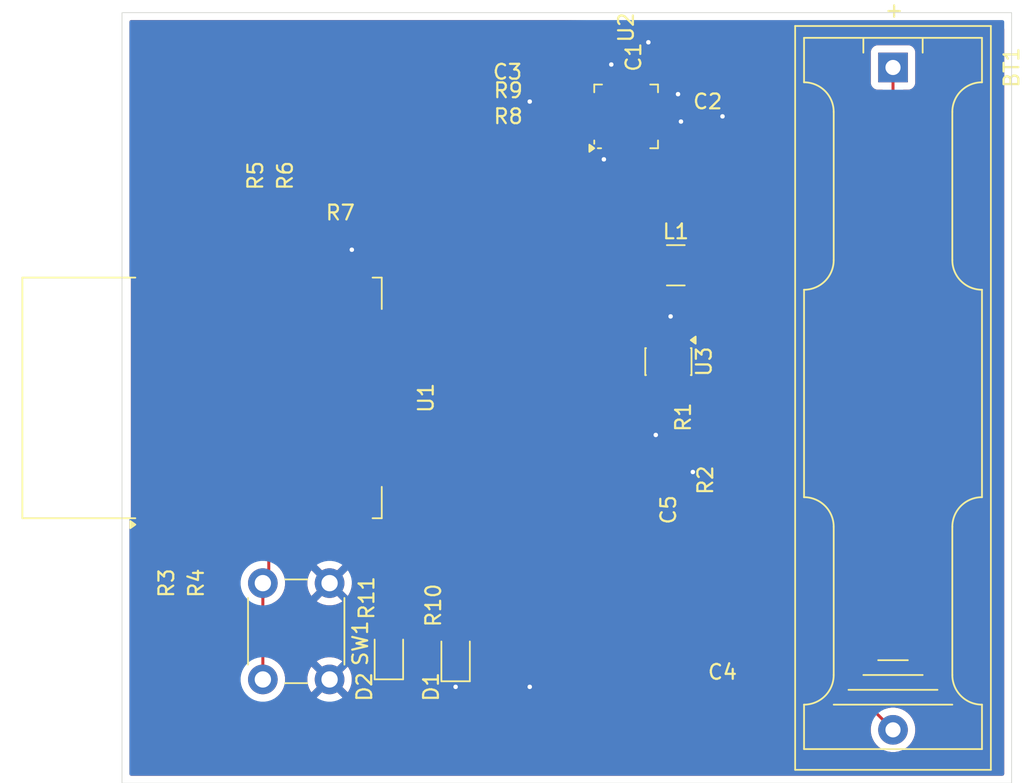
<source format=kicad_pcb>
(kicad_pcb (version 20241229) (generator "pcbnew") (generator_version "9.0")
  (layers (0 "F.Cu" signal) (2 "B.Cu" signal) (13 "F.Paste" user) (15 "B.Paste" user) (5 "F.SilkS" user "F.Silkscreen") (7 "B.SilkS" user "B.Silkscreen") (1 "F.Mask" user) (3 "B.Mask" user) (25 "Edge.Cuts" user))
  (net 0 "")
  (net 4 "Net-(BT1-+)")
  (net 5 "Net-(BT1--)")
  (net 6 "Net-(D1-A)")
  (net 7 "Net-(D2-A)")
  (net 8 "/WAKE")
  (net 9 "GND")
  (net 10 "Net-(U2-REGOUT)")
  (net 11 "/LED_KIRMIZI")
  (net 12 "Net-(U2-CPOUT)")
  (net 14 "/LED_YESIL")
  (net 16 "/BUTON")
  (net 20 "Net-(U3-V_{FB})")
  (net 22 "+3.3V")
  (net 23 "Net-(U1-EN)")
  (net 24 "Net-(U1-GPIO0)")
  (net 25 "Net-(U1-GPIO2)")
  (net 26 "Net-(U1-GPIO15)")
  (net 27 "/SDA")
  (net 28 "Net-(U2-SDA)")
  (net 29 "/SCL")
  (net 30 "Net-(U2-SCL)")
  (net 35 "unconnected-(U2-RESV-Pad19)")
  (net 45 "Net-(U3-SW)")
  (footprint "Inductor_SMD:L_1210_3225Metric" (layer "F.Cu") (at 113.35 79.05)
    (property "Reference" "L1" (at 0 -2.28 0) (layer "F.SilkS"))
    (property "Value" "4.7μH")
    (fp_line (start -0.602064 -1.36) (end 0.602064 -1.36) (stroke (width 0.12)) (layer "F.SilkS"))
    (fp_line (start -0.602064 1.36) (end 0.602064 1.36) (stroke (width 0.12)) (layer "F.SilkS"))
    (pad "1" smd roundrect (at -1.4 0) (size 1.25 2.65) (layers "F.Cu" "F.Mask" "F.Paste") (roundrect_rratio 0.2) (net 4 "Net-(BT1-+)"))
    (pad "2" smd roundrect (at 1.4 0) (size 1.25 2.65) (layers "F.Cu" "F.Mask" "F.Paste") (roundrect_rratio 0.2) (net 45 "Net-(U3-SW)"))
  )
  (footprint "Package_TO_SOT_SMD:SOT-23-6" (layer "F.Cu") (at 112.85 85.55 -90)
    (property "Reference" "U3" (at 0 -2.4 90) (layer "F.SilkS"))
    (property "Value" "MCP1640x-xCHY")
    (fp_line (start -0.91 1.56) (end -0.91 1.51) (stroke (width 0.12)) (layer "F.SilkS"))
    (fp_line (start 0.91 1.56) (end -0.91 1.56) (stroke (width 0.12)) (layer "F.SilkS"))
    (fp_line (start 0.91 1.51) (end 0.91 1.56) (stroke (width 0.12)) (layer "F.SilkS"))
    (fp_line (start -0.91 -1.51) (end -0.91 -1.56) (stroke (width 0.12)) (layer "F.SilkS"))
    (fp_line (start -0.91 -1.56) (end 0.91 -1.56) (stroke (width 0.12)) (layer "F.SilkS"))
    (fp_line (start 0.91 -1.56) (end 0.91 -1.51) (stroke (width 0.12)) (layer "F.SilkS"))
    (fp_poly (pts (xy -1.45 -1.51) (xy -1.69 -1.84) (xy -1.21 -1.84)) (stroke (width 0.12)) (fill yes) (layer "F.SilkS"))
    (pad "1" smd roundrect (at -1.1375 -0.95 270) (size 1.325 0.6) (layers "F.Cu" "F.Mask" "F.Paste") (net 45 "Net-(U3-SW)"))
    (pad "2" smd roundrect (at -1.1375 0 270) (size 1.325 0.6) (layers "F.Cu" "F.Mask" "F.Paste") (net 9 "GND"))
    (pad "3" smd roundrect (at -1.1375 0.95 270) (size 1.325 0.6) (layers "F.Cu" "F.Mask" "F.Paste") (net 4 "Net-(BT1-+)"))
    (pad "4" smd roundrect (at 1.1375 0.95 270) (size 1.325 0.6) (layers "F.Cu" "F.Mask" "F.Paste") (net 20 "Net-(U3-V_{FB})"))
    (pad "5" smd roundrect (at 1.1375 0 270) (size 1.325 0.6) (layers "F.Cu" "F.Mask" "F.Paste") (net 22 "+3.3V"))
    (pad "6" smd roundrect (at 1.1375 -0.95 270) (size 1.325 0.6) (layers "F.Cu" "F.Mask" "F.Paste") (net 4 "Net-(BT1-+)"))
  )
  (footprint "Resistor_SMD:R_01005_0402Metric" (layer "F.Cu") (at 82 102.5 -90)
    (property "Reference" "R4" (at -2 1 90) (layer "F.SilkS"))
    (property "Value" "10kR")
    (pad "1" smd roundrect (at -0.25 0 270) (size 0.4 0.3) (layers "F.Cu" "F.Mask") (net 23 "Net-(U1-EN)"))
    (pad "2" smd roundrect (at 0.25 0 270) (size 0.4 0.3) (layers "F.Cu" "F.Mask") (net 22 "+3.3V"))
  )
  (footprint "Resistor_SMD:R_01005_0402Metric" (layer "F.Cu") (at 78 102.5 -90)
    (property "Reference" "R3" (at -2 -1 90) (layer "F.SilkS"))
    (property "Value" "10kR")
    (pad "1" smd roundrect (at -0.25 0 270) (size 0.4 0.3) (layers "F.Cu" "F.Mask") (net 8 "/WAKE"))
    (pad "2" smd roundrect (at 0.25 0 270) (size 0.4 0.3) (layers "F.Cu" "F.Mask") (net 22 "+3.3V"))
  )
  (footprint "Resistor_SMD:R_01005_0402Metric" (layer "F.Cu") (at 111.85 89.3 90)
    (property "Reference" "R2" (at -4.25 3.5 90) (layer "F.SilkS"))
    (property "Value" "549kR")
    (pad "1" smd roundrect (at -0.25 0 90) (size 0.4 0.3) (layers "F.Cu" "F.Mask") (net 9 "GND"))
    (pad "2" smd roundrect (at 0.25 0 90) (size 0.4 0.3) (layers "F.Cu" "F.Mask") (net 20 "Net-(U3-V_{FB})"))
  )
  (footprint "Resistor_SMD:R_01005_0402Metric" (layer "F.Cu") (at 88 76 -90)
    (property "Reference" "R6" (at -3 1 90) (layer "F.SilkS"))
    (property "Value" "10kR")
    (pad "1" smd roundrect (at -0.25 0 270) (size 0.4 0.3) (layers "F.Cu" "F.Mask") (net 22 "+3.3V"))
    (pad "2" smd roundrect (at 0.25 0 270) (size 0.4 0.3) (layers "F.Cu" "F.Mask") (net 25 "Net-(U1-GPIO2)"))
  )
  (footprint "Battery:BatteryHolder_Keystone_2466_1xAAA" (layer "F.Cu") (at 128 65.7 -90)
    (property "Reference" "BT1" (at 0 -8 90) (layer "F.SilkS"))
    (property "Value" "Battery_Cell")
    (fp_line (start -2.8 6.6) (end 47.4 6.6) (stroke (width 0.12)) (layer "F.SilkS"))
    (fp_line (start 47.4 6.6) (end 47.4 -6.6) (stroke (width 0.12)) (layer "F.SilkS"))
    (fp_line (start -2 6) (end 1 6) (stroke (width 0.12)) (layer "F.SilkS"))
    (fp_line (start 15 6) (end 29 6) (stroke (width 0.12)) (layer "F.SilkS"))
    (fp_line (start 46 6) (end 43 6) (stroke (width 0.12)) (layer "F.SilkS"))
    (fp_line (start 3 4) (end 13 4) (stroke (width 0.12)) (layer "F.SilkS"))
    (fp_line (start 41 4) (end 31 4) (stroke (width 0.12)) (layer "F.SilkS"))
    (fp_line (start 42 3) (end 42 -3) (stroke (width 0.12)) (layer "F.SilkS"))
    (fp_line (start -1 2) (end -2 2) (stroke (width 0.12)) (layer "F.SilkS"))
    (fp_line (start 40 -1) (end 40 1) (stroke (width 0.12)) (layer "F.SilkS"))
    (fp_line (start -2 -2) (end -1 -2) (stroke (width 0.12)) (layer "F.SilkS"))
    (fp_line (start 41 -2) (end 41 2) (stroke (width 0.12)) (layer "F.SilkS"))
    (fp_line (start 3 -4) (end 13 -4) (stroke (width 0.12)) (layer "F.SilkS"))
    (fp_line (start 41 -4) (end 31 -4) (stroke (width 0.12)) (layer "F.SilkS"))
    (fp_line (start 43 -4) (end 43 4) (stroke (width 0.12)) (layer "F.SilkS"))
    (fp_line (start -2 -6) (end -2 6) (stroke (width 0.12)) (layer "F.SilkS"))
    (fp_line (start -2 -6) (end 1 -6) (stroke (width 0.12)) (layer "F.SilkS"))
    (fp_line (start 29 -6) (end 15 -6) (stroke (width 0.12)) (layer "F.SilkS"))
    (fp_line (start 46 -6) (end 46 6) (stroke (width 0.12)) (layer "F.SilkS"))
    (fp_line (start 46 -6) (end 43 -6) (stroke (width 0.12)) (layer "F.SilkS"))
    (fp_line (start -2.8 -6.6) (end -2.8 6.6) (stroke (width 0.12)) (layer "F.SilkS"))
    (fp_line (start 47.4 -6.6) (end -2.8 -6.6) (stroke (width 0.12)) (layer "F.SilkS"))
    (fp_arc (start 1 6) (mid 1.585786 4.585786) (end 3 4) (stroke (width 0.12)) (layer "F.SilkS"))
    (fp_arc (start 29 6) (mid 29.585786 4.585786) (end 31 4) (stroke (width 0.12)) (layer "F.SilkS"))
    (fp_arc (start 13 4) (mid 14.414214 4.585786) (end 15 6) (stroke (width 0.12)) (layer "F.SilkS"))
    (fp_arc (start 41 4) (mid 42.414214 4.585786) (end 43 6) (stroke (width 0.12)) (layer "F.SilkS"))
    (fp_arc (start 3 -4) (mid 1.585786 -4.585786) (end 1 -6) (stroke (width 0.12)) (layer "F.SilkS"))
    (fp_arc (start 31 -4) (mid 29.585786 -4.585786) (end 29 -6) (stroke (width 0.12)) (layer "F.SilkS"))
    (fp_arc (start 15 -6) (mid 14.414214 -4.585786) (end 13 -4) (stroke (width 0.12)) (layer "F.SilkS"))
    (fp_arc (start 43 -6) (mid 42.414214 -4.585786) (end 41 -4) (stroke (width 0.12)) (layer "F.SilkS"))
    (fp_text user "+" (at -3.81 0 90) (layer "F.SilkS"))
    (pad "1" thru_hole rect (at 0 0 270) (size 2 2) (drill 1.02) (layers "*.Cu" "*.Mask") (net 4 "Net-(BT1-+)"))
    (pad "2" thru_hole circle (at 44.7 0 270) (size 2 2) (drill 1.02) (layers "*.Cu" "*.Mask") (net 5 "Net-(BT1--)"))
  )
  (footprint "RF_Module:ESP-12E" (layer "F.Cu") (at 81.4 88 90)
    (property "Reference" "U1" (at 0 15.1 90) (layer "F.SilkS"))
    (property "Value" "ESP-12F")
    (fp_line (start 8.12 -12.12) (end 8.12 -4.5) (stroke (width 0.12)) (layer "F.SilkS"))
    (fp_line (start -8.12 -12.12) (end 8.12 -12.12) (stroke (width 0.12)) (layer "F.SilkS"))
    (fp_line (start -8.12 -4.5) (end -8.12 -12.12) (stroke (width 0.12)) (layer "F.SilkS"))
    (fp_line (start 8.12 11.5) (end 8.12 12.12) (stroke (width 0.12)) (layer "F.SilkS"))
    (fp_line (start 8.12 12.12) (end 6 12.12) (stroke (width 0.12)) (layer "F.SilkS"))
    (fp_line (start -6 12.12) (end -8.12 12.12) (stroke (width 0.12)) (layer "F.SilkS"))
    (fp_line (start -8.12 12.12) (end -8.12 11.5) (stroke (width 0.12)) (layer "F.SilkS"))
    (fp_poly (pts (xy -8.55 -4.5) (xy -8.79 -4.836) (xy -8.31 -4.836) (xy -8.55 -4.5)) (stroke (width 0.12)) (fill yes) (layer "F.SilkS"))
    (pad "1" smd rect (at -7.6 -3.5 90) (size 2.5 1) (layers "F.Cu" "F.Mask" "F.Paste") (net 8 "/WAKE"))
    (pad "2" smd rect (at -7.6 -1.5 90) (size 2.5 1) (layers "F.Cu" "F.Mask" "F.Paste"))
    (pad "3" smd rect (at -7.6 0.5 90) (size 2.5 1) (layers "F.Cu" "F.Mask" "F.Paste") (net 23 "Net-(U1-EN)"))
    (pad "4" smd rect (at -7.6 2.5 90) (size 2.5 1) (layers "F.Cu" "F.Mask" "F.Paste") (net 8 "/WAKE"))
    (pad "5" smd rect (at -7.6 4.5 90) (size 2.5 1) (layers "F.Cu" "F.Mask" "F.Paste") (net 16 "/BUTON"))
    (pad "6" smd rect (at -7.6 6.5 90) (size 2.5 1) (layers "F.Cu" "F.Mask" "F.Paste") (net 14 "/LED_YESIL"))
    (pad "7" smd rect (at -7.6 8.5 90) (size 2.5 1) (layers "F.Cu" "F.Mask" "F.Paste") (net 11 "/LED_KIRMIZI"))
    (pad "8" smd rect (at -7.6 10.5 90) (size 2.5 1) (layers "F.Cu" "F.Mask" "F.Paste") (net 22 "+3.3V"))
    (pad "9" smd rect (at -5 12 90) (size 1 1.8) (layers "F.Cu" "F.Mask" "F.Paste"))
    (pad "10" smd rect (at -3 12 90) (size 1 1.8) (layers "F.Cu" "F.Mask" "F.Paste"))
    (pad "11" smd rect (at -1 12 90) (size 1 1.8) (layers "F.Cu" "F.Mask" "F.Paste"))
    (pad "12" smd rect (at 1 12 90) (size 1 1.8) (layers "F.Cu" "F.Mask" "F.Paste"))
    (pad "13" smd rect (at 3 12 90) (size 1 1.8) (layers "F.Cu" "F.Mask" "F.Paste"))
    (pad "14" smd rect (at 5 12 90) (size 1 1.8) (layers "F.Cu" "F.Mask" "F.Paste"))
    (pad "15" smd rect (at 7.6 10.5 90) (size 2.5 1) (layers "F.Cu" "F.Mask" "F.Paste") (net 9 "GND"))
    (pad "16" smd rect (at 7.6 8.5 90) (size 2.5 1) (layers "F.Cu" "F.Mask" "F.Paste") (net 26 "Net-(U1-GPIO15)"))
    (pad "17" smd rect (at 7.6 6.5 90) (size 2.5 1) (layers "F.Cu" "F.Mask" "F.Paste") (net 25 "Net-(U1-GPIO2)"))
    (pad "18" smd rect (at 7.6 4.5 90) (size 2.5 1) (layers "F.Cu" "F.Mask" "F.Paste") (net 24 "Net-(U1-GPIO0)"))
    (pad "19" smd rect (at 7.6 2.5 90) (size 2.5 1) (layers "F.Cu" "F.Mask" "F.Paste") (net 27 "/SDA"))
    (pad "20" smd rect (at 7.6 0.5 90) (size 2.5 1) (layers "F.Cu" "F.Mask" "F.Paste") (net 29 "/SCL"))
    (pad "21" smd rect (at 7.6 -1.5 90) (size 2.5 1) (layers "F.Cu" "F.Mask" "F.Paste"))
    (pad "22" smd rect (at 7.6 -3.5 90) (size 2.5 1) (layers "F.Cu" "F.Mask" "F.Paste"))
    (zone (net 0) (net_name "") (layers "F.Cu" "B.Cu") (connect_pads (clearance 0)) (min_thickness 0.254)
      (keepout (tracks not_allowed) (vias not_allowed) (pads not_allowed) (copperpour not_allowed) (footprints not_allowed))
      (fill (thermal_gap 0.508) (thermal_bridge_width 0.508))
      (polygon (pts (xy 76.6 96.12) (xy 76.6 79.88) (xy 69.28 79.88) (xy 69.28 96.12)))
    )
  )
  (footprint "Capacitor_SMD:C_01005_0402Metric" (layer "F.Cu") (at 111.5 65 90)
    (property "Reference" "C1" (at 0 -1 90) (layer "F.SilkS"))
    (property "Value" "0.1μF")
    (pad "1" smd roundrect (at -0.25 0 90) (size 0.4 0.3) (layers "F.Cu" "F.Mask") (net 22 "+3.3V"))
    (pad "2" smd roundrect (at 0.25 0 90) (size 0.4 0.3) (layers "F.Cu" "F.Mask") (net 9 "GND"))
  )
  (footprint "LED_SMD:LED_0805_2012Metric" (layer "F.Cu") (at 94 105.3075 90)
    (property "Reference" "D2" (at -2.1925 -1.65 90) (layer "F.SilkS"))
    (property "Value" "LED")
    (fp_line (start 1 -0.96) (end -1.685 -0.96) (stroke (width 0.12)) (layer "F.SilkS"))
    (fp_line (start -1.685 -0.96) (end -1.685 0.96) (stroke (width 0.12)) (layer "F.SilkS"))
    (fp_line (start -1.685 0.96) (end 1 0.96) (stroke (width 0.12)) (layer "F.SilkS"))
    (pad "1" smd roundrect (at -0.9375 0 90) (size 0.975 1.4) (layers "F.Cu" "F.Mask" "F.Paste") (net 9 "GND"))
    (pad "2" smd roundrect (at 0.9375 0 90) (size 0.975 1.4) (layers "F.Cu" "F.Mask" "F.Paste") (net 7 "Net-(D2-A)"))
  )
  (footprint "Resistor_SMD:R_01005_0402Metric" (layer "F.Cu") (at 98.54 101.5 90)
    (property "Reference" "R10" (at -0.5 -1.54 90) (layer "F.SilkS"))
    (property "Value" "330R")
    (pad "1" smd roundrect (at -0.25 0 90) (size 0.4 0.3) (layers "F.Cu" "F.Mask") (net 6 "Net-(D1-A)"))
    (pad "2" smd roundrect (at 0.25 0 90) (size 0.4 0.3) (layers "F.Cu" "F.Mask") (net 11 "/LED_KIRMIZI"))
  )
  (footprint "Resistor_SMD:R_01005_0402Metric" (layer "F.Cu") (at 86 76 -90)
    (property "Reference" "R5" (at -3 1 90) (layer "F.SilkS"))
    (property "Value" "10kR")
    (pad "1" smd roundrect (at -0.25 0 270) (size 0.4 0.3) (layers "F.Cu" "F.Mask") (net 22 "+3.3V"))
    (pad "2" smd roundrect (at 0.25 0 270) (size 0.4 0.3) (layers "F.Cu" "F.Mask") (net 24 "Net-(U1-GPIO0)"))
  )
  (footprint "Capacitor_SMD:C_01005_0402Metric" (layer "F.Cu") (at 116.5 107.5 180)
    (property "Reference" "C4" (at 0 1 0) (layer "F.SilkS"))
    (property "Value" "4.7μF")
    (pad "1" smd roundrect (at -0.25 0 180) (size 0.4 0.3) (layers "F.Cu" "F.Mask") (net 5 "Net-(BT1--)"))
    (pad "2" smd roundrect (at 0.25 0 180) (size 0.4 0.3) (layers "F.Cu" "F.Mask") (net 9 "GND"))
  )
  (footprint "Resistor_SMD:R_01005_0402Metric" (layer "F.Cu") (at 104.8 70.25 180)
    (property "Reference" "R8" (at 2.75 1.25 0) (layer "F.SilkS"))
    (property "Value" "4.7kR")
    (pad "1" smd roundrect (at -0.25 0 180) (size 0.4 0.3) (layers "F.Cu" "F.Mask") (net 28 "Net-(U2-SDA)"))
    (pad "2" smd roundrect (at 0.25 0 180) (size 0.4 0.3) (layers "F.Cu" "F.Mask") (net 27 "/SDA"))
  )
  (footprint "Resistor_SMD:R_01005_0402Metric" (layer "F.Cu") (at 90.725 78 180)
    (property "Reference" "R7" (at 0 2.5 0) (layer "F.SilkS"))
    (property "Value" "10kR")
    (pad "1" smd roundrect (at -0.25 0 180) (size 0.4 0.3) (layers "F.Cu" "F.Mask") (net 9 "GND"))
    (pad "2" smd roundrect (at 0.25 0 180) (size 0.4 0.3) (layers "F.Cu" "F.Mask") (net 26 "Net-(U1-GPIO15)"))
  )
  (footprint "Resistor_SMD:R_01005_0402Metric" (layer "F.Cu") (at 94 101.37 90)
    (property "Reference" "R11" (at -0.13 -1.5 90) (layer "F.SilkS"))
    (property "Value" "330R")
    (pad "1" smd roundrect (at -0.25 0 90) (size 0.4 0.3) (layers "F.Cu" "F.Mask") (net 7 "Net-(D2-A)"))
    (pad "2" smd roundrect (at 0.25 0 90) (size 0.4 0.3) (layers "F.Cu" "F.Mask") (net 14 "/LED_YESIL"))
  )
  (footprint "Capacitor_SMD:C_01005_0402Metric" (layer "F.Cu") (at 115.5 69)
    (property "Reference" "C2" (at 0 -1 0) (layer "F.SilkS"))
    (property "Value" "0.1μF")
    (pad "1" smd roundrect (at -0.25 0) (size 0.4 0.3) (layers "F.Cu" "F.Mask") (net 10 "Net-(U2-REGOUT)"))
    (pad "2" smd roundrect (at 0.25 0) (size 0.4 0.3) (layers "F.Cu" "F.Mask") (net 9 "GND"))
  )
  (footprint "Capacitor_SMD:C_01005_0402Metric" (layer "F.Cu") (at 112.85 93.05)
    (property "Reference" "C5" (at 0 2.5 90) (layer "F.SilkS"))
    (property "Value" "10μF")
    (pad "1" smd roundrect (at -0.25 0) (size 0.4 0.3) (layers "F.Cu" "F.Mask") (net 22 "+3.3V"))
    (pad "2" smd roundrect (at 0.25 0) (size 0.4 0.3) (layers "F.Cu" "F.Mask") (net 9 "GND"))
  )
  (footprint "LED_SMD:LED_0805_2012Metric" (layer "F.Cu") (at 98.5 105.4375 90)
    (property "Reference" "D1" (at -2.0625 -1.65 90) (layer "F.SilkS"))
    (property "Value" "LED")
    (fp_line (start 1 -0.96) (end -1.685 -0.96) (stroke (width 0.12)) (layer "F.SilkS"))
    (fp_line (start -1.685 -0.96) (end -1.685 0.96) (stroke (width 0.12)) (layer "F.SilkS"))
    (fp_line (start -1.685 0.96) (end 1 0.96) (stroke (width 0.12)) (layer "F.SilkS"))
    (pad "1" smd roundrect (at -0.9375 0 90) (size 0.975 1.4) (layers "F.Cu" "F.Mask" "F.Paste") (net 9 "GND"))
    (pad "2" smd roundrect (at 0.9375 0 90) (size 0.975 1.4) (layers "F.Cu" "F.Mask" "F.Paste") (net 6 "Net-(D1-A)"))
  )
  (footprint "Sensor_Motion:InvenSense_QFN-24_4x4mm_P0.5mm" (layer "F.Cu") (at 110 69 90)
    (property "Reference" "U2" (at 6 0 90) (layer "F.SilkS"))
    (property "Value" "MPU-6050")
    (fp_line (start 2.15 -2.15) (end 1.625 -2.15) (stroke (width 0.12)) (layer "F.SilkS"))
    (fp_line (start 2.15 -2.15) (end 2.15 -1.625) (stroke (width 0.12)) (layer "F.SilkS"))
    (fp_line (start -1.625 -2.15) (end -1.85 -2.15) (stroke (width 0.12)) (layer "F.SilkS"))
    (fp_line (start -2.15 -1.685) (end -2.15 -1.91) (stroke (width 0.12)) (layer "F.SilkS"))
    (fp_line (start 2.15 2.15) (end 2.15 1.625) (stroke (width 0.12)) (layer "F.SilkS"))
    (fp_line (start 2.15 2.15) (end 1.625 2.15) (stroke (width 0.12)) (layer "F.SilkS"))
    (fp_line (start -2.15 2.15) (end -2.15 1.625) (stroke (width 0.12)) (layer "F.SilkS"))
    (fp_line (start -2.15 2.15) (end -1.625 2.15) (stroke (width 0.12)) (layer "F.SilkS"))
    (fp_poly (pts (xy -2.15 -2.15) (xy -2.39 -2.48) (xy -1.91 -2.48) (xy -2.15 -2.15)) (stroke (width 0.12)) (fill yes) (layer "F.SilkS"))
    (pad "1" smd roundrect (at -1.95 -1.25 90) (size 0.85 0.3) (layers "F.Cu" "F.Mask" "F.Paste") (net 9 "GND"))
    (pad "2" smd roundrect (at -1.95 -0.75 90) (size 0.85 0.3) (layers "F.Cu" "F.Mask" "F.Paste"))
    (pad "3" smd roundrect (at -1.95 -0.25 90) (size 0.85 0.3) (layers "F.Cu" "F.Mask" "F.Paste"))
    (pad "4" smd roundrect (at -1.95 0.25 90) (size 0.85 0.3) (layers "F.Cu" "F.Mask" "F.Paste"))
    (pad "5" smd roundrect (at -1.95 0.75 90) (size 0.85 0.3) (layers "F.Cu" "F.Mask" "F.Paste"))
    (pad "6" smd roundrect (at -1.95 1.25 90) (size 0.85 0.3) (layers "F.Cu" "F.Mask" "F.Paste"))
    (pad "7" smd roundrect (at -1.25 1.95 180) (size 0.85 0.3) (layers "F.Cu" "F.Mask" "F.Paste"))
    (pad "8" smd roundrect (at -0.75 1.95 180) (size 0.85 0.3) (layers "F.Cu" "F.Mask" "F.Paste") (net 22 "+3.3V"))
    (pad "9" smd roundrect (at -0.25 1.95 180) (size 0.85 0.3) (layers "F.Cu" "F.Mask" "F.Paste") (net 9 "GND"))
    (pad "10" smd roundrect (at 0.25 1.95 180) (size 0.85 0.3) (layers "F.Cu" "F.Mask" "F.Paste") (net 10 "Net-(U2-REGOUT)"))
    (pad "11" smd roundrect (at 0.75 1.95 180) (size 0.85 0.3) (layers "F.Cu" "F.Mask" "F.Paste") (net 9 "GND"))
    (pad "12" smd roundrect (at 1.25 1.95 180) (size 0.85 0.3) (layers "F.Cu" "F.Mask" "F.Paste"))
    (pad "13" smd roundrect (at 1.95 1.25 90) (size 0.85 0.3) (layers "F.Cu" "F.Mask" "F.Paste") (net 22 "+3.3V"))
    (pad "14" smd roundrect (at 1.95 0.75 90) (size 0.85 0.3) (layers "F.Cu" "F.Mask" "F.Paste"))
    (pad "15" smd roundrect (at 1.95 0.25 90) (size 0.85 0.3) (layers "F.Cu" "F.Mask" "F.Paste"))
    (pad "16" smd roundrect (at 1.95 -0.25 90) (size 0.85 0.3) (layers "F.Cu" "F.Mask" "F.Paste"))
    (pad "17" smd roundrect (at 1.95 -0.75 90) (size 0.85 0.3) (layers "F.Cu" "F.Mask" "F.Paste"))
    (pad "18" smd roundrect (at 1.95 -1.25 90) (size 0.85 0.3) (layers "F.Cu" "F.Mask" "F.Paste") (net 9 "GND"))
    (pad "19" smd roundrect (at 1.25 -1.95 180) (size 0.85 0.3) (layers "F.Cu" "F.Mask" "F.Paste") (net 35 "unconnected-(U2-RESV-Pad19)"))
    (pad "20" smd roundrect (at 0.75 -1.95 180) (size 0.85 0.3) (layers "F.Cu" "F.Mask" "F.Paste") (net 12 "Net-(U2-CPOUT)"))
    (pad "21" smd roundrect (at 0.25 -1.95 180) (size 0.85 0.3) (layers "F.Cu" "F.Mask" "F.Paste"))
    (pad "22" smd roundrect (at -0.25 -1.95 180) (size 0.85 0.3) (layers "F.Cu" "F.Mask" "F.Paste"))
    (pad "23" smd roundrect (at -0.75 -1.95 180) (size 0.85 0.3) (layers "F.Cu" "F.Mask" "F.Paste") (net 30 "Net-(U2-SCL)"))
    (pad "24" smd roundrect (at -1.25 -1.95 180) (size 0.85 0.3) (layers "F.Cu" "F.Mask" "F.Paste") (net 28 "Net-(U2-SDA)"))
    (zone (net 0) (net_name "") (layer "F.Cu") (connect_pads (clearance 0)) (min_thickness 0.254)
      (keepout (tracks not_allowed) (vias not_allowed) (pads not_allowed) (copperpour not_allowed) (footprints allowed))
      (fill (thermal_gap 0.508) (thermal_bridge_width 0.508))
      (polygon (pts (xy 108.675 70.375) (xy 108.675 67.625) (xy 111.325 67.625) (xy 111.325 70.375)))
    )
  )
  (footprint "Capacitor_SMD:C_01005_0402Metric" (layer "F.Cu") (at 105 68 180)
    (property "Reference" "C3" (at 3 2 0) (layer "F.SilkS"))
    (property "Value" "2.2nF")
    (pad "1" smd roundrect (at -0.25 0 180) (size 0.4 0.3) (layers "F.Cu" "F.Mask") (net 12 "Net-(U2-CPOUT)"))
    (pad "2" smd roundrect (at 0.25 0 180) (size 0.4 0.3) (layers "F.Cu" "F.Mask") (net 9 "GND"))
  )
  (footprint "Resistor_SMD:R_01005_0402Metric" (layer "F.Cu") (at 112.85 89.3 -90)
    (property "Reference" "R1" (at 0 -1 90) (layer "F.SilkS"))
    (property "Value" "953kR")
    (pad "1" smd roundrect (at -0.25 0 270) (size 0.4 0.3) (layers "F.Cu" "F.Mask") (net 22 "+3.3V"))
    (pad "2" smd roundrect (at 0.25 0 270) (size 0.4 0.3) (layers "F.Cu" "F.Mask") (net 20 "Net-(U3-V_{FB})"))
  )
  (footprint "Resistor_SMD:R_01005_0402Metric" (layer "F.Cu") (at 104.775 69.25 180)
    (property "Reference" "R9" (at 2.725 2 0) (layer "F.SilkS"))
    (property "Value" "4.7kR")
    (pad "1" smd roundrect (at -0.25 0 180) (size 0.4 0.3) (layers "F.Cu" "F.Mask") (net 30 "Net-(U2-SCL)"))
    (pad "2" smd roundrect (at 0.25 0 180) (size 0.4 0.3) (layers "F.Cu" "F.Mask") (net 29 "/SCL"))
  )
  (footprint "Button_Switch_THT:SW_PUSH_6mm" (layer "F.Cu") (at 90 100.5 -90)
    (property "Reference" "SW1" (at 4.059523 -2.073866 90) (layer "F.SilkS"))
    (property "Value" "SW_Push")
    (fp_line (start 1 5.5) (end 5.5 5.5) (stroke (width 0.12)) (layer "F.SilkS"))
    (fp_line (start 6.75 3) (end 6.75 1.5) (stroke (width 0.12)) (layer "F.SilkS"))
    (fp_line (start -0.25 1.5) (end -0.25 3) (stroke (width 0.12)) (layer "F.SilkS"))
    (fp_line (start 5.5 -1) (end 1 -1) (stroke (width 0.12)) (layer "F.SilkS"))
    (pad "1" thru_hole circle (at 0 0) (size 2 2) (drill 1.1) (layers "*.Cu" "*.Mask") (net 9 "GND"))
    (pad "1" thru_hole circle (at 6.5 0) (size 2 2) (drill 1.1) (layers "*.Cu" "*.Mask") (net 9 "GND"))
    (pad "2" thru_hole circle (at 0 4.5) (size 2 2) (drill 1.1) (layers "*.Cu" "*.Mask") (net 16 "/BUTON"))
    (pad "2" thru_hole circle (at 6.5 4.5) (size 2 2) (drill 1.1) (layers "*.Cu" "*.Mask") (net 16 "/BUTON"))
  )
  (gr_rect (start 76 62) (end 136 114) (stroke (width 0.05)) (fill no) (layer "Edge.Cuts"))
  (segment (start 119.5 75) (end 123 71.5) (width 0.2) (layer "F.Cu") (net 4))
  (segment (start 110.35 81.05) (end 111.9 82.6) (width 0.2) (layer "F.Cu") (net 4))
  (segment (start 111.95 75.05) (end 112 75) (width 0.2) (layer "F.Cu") (net 4))
  (segment (start 111.95 79.05) (end 111.95 75.05) (width 0.2) (layer "F.Cu") (net 4))
  (segment (start 125 71.5) (end 125.2 71.5) (width 0.2) (layer "F.Cu") (net 4))
  (segment (start 111.95 79.05) (end 110.35 79.05) (width 0.2) (layer "F.Cu") (net 4))
  (segment (start 113.498999 85.724) (end 113.8 86.025001) (width 0.2) (layer "F.Cu") (net 4))
  (segment (start 112 75) (end 119.5 75) (width 0.2) (layer "F.Cu") (net 4))
  (segment (start 112.8365 85.724) (end 113.498999 85.724) (width 0.2) (layer "F.Cu") (net 4))
  (segment (start 110.35 79.05) (end 110.35 81.05) (width 0.2) (layer "F.Cu") (net 4))
  (segment (start 113.8 86.025001) (end 113.8 86.6875) (width 0.2) (layer "F.Cu") (net 4))
  (segment (start 111.9 84.4125) (end 111.9 84.7875) (width 0.2) (layer "F.Cu") (net 4))
  (segment (start 123 71.5) (end 125 71.5) (width 0.2) (layer "F.Cu") (net 4))
  (segment (start 125 71.5) (end 128 68.5) (width 0.2) (layer "F.Cu") (net 4))
  (segment (start 111.9 82.6) (end 111.9 84.4125) (width 0.2) (layer "F.Cu") (net 4))
  (segment (start 128 68.5) (end 128 65.7) (width 0.2) (layer "F.Cu") (net 4))
  (segment (start 111.9 84.7875) (end 112.8365 85.724) (width 0.2) (layer "F.Cu") (net 4))
  (segment (start 125.1 107.5) (end 128 110.4) (width 0.2) (layer "F.Cu") (net 5))
  (segment (start 116.75 107.5) (end 125.1 107.5) (width 0.2) (layer "F.Cu") (net 5))
  (segment (start 98.5 104.5) (end 98.5 101.79) (width 0.2) (layer "F.Cu") (net 6))
  (segment (start 98.5 101.79) (end 98.54 101.75) (width 0.2) (layer "F.Cu") (net 6))
  (segment (start 94 104.37) (end 94 101.62) (width 0.2) (layer "F.Cu") (net 7))
  (segment (start 77.9 95.6) (end 77.9 93.6) (width 0.2) (layer "F.Cu") (net 8))
  (segment (start 83.5 93.5) (end 83.9 93.9) (width 0.2) (layer "F.Cu") (net 8))
  (segment (start 78 93.5) (end 83.5 93.5) (width 0.2) (layer "F.Cu") (net 8))
  (segment (start 78 102.1) (end 77.9 102) (width 0.2) (layer "F.Cu") (net 8))
  (segment (start 83.9 93.9) (end 83.9 95.6) (width 0.2) (layer "F.Cu") (net 8))
  (segment (start 78 102.25) (end 78 102.1) (width 0.2) (layer "F.Cu") (net 8))
  (segment (start 77.9 93.6) (end 78 93.5) (width 0.2) (layer "F.Cu") (net 8))
  (segment (start 77.9 95.6) (end 77.9 102) (width 0.2) (layer "F.Cu") (net 8))
  (segment (start 108.75 67.05) (end 108.75 65.75) (width 0.2) (layer "F.Cu") (net 9))
  (segment (start 114.45 93.05) (end 114.5 93) (width 0.2) (layer "F.Cu") (net 9))
  (segment (start 115.75 69) (end 116.5 69) (width 0.2) (layer "F.Cu") (net 9))
  (segment (start 111.95 69.25) (end 113.598527 69.25) (width 0.2) (layer "F.Cu") (net 9))
  (segment (start 90.975 78) (end 91.5 78) (width 0.2) (layer "F.Cu") (net 9))
  (segment (start 104.75 68) (end 103.5 68) (width 0.2) (layer "F.Cu") (net 9))
  (segment (start 113.598527 69.25) (end 113.698527 69.35) (width 0.2) (layer "F.Cu") (net 9))
  (segment (start 116.25 94.75) (end 114.5 93) (width 0.2) (layer "F.Cu") (net 9))
  (segment (start 116.25 107.5) (end 116.25 94.75) (width 0.2) (layer "F.Cu") (net 9))
  (segment (start 111.85 90.35) (end 112 90.5) (width 0.2) (layer "F.Cu") (net 9))
  (segment (start 116.25 107.5) (end 103.5 107.5) (width 0.2) (layer "F.Cu") (net 9))
  (segment (start 108.75 70.95) (end 108.75 71.65) (width 0.2) (layer "F.Cu") (net 9))
  (segment (start 111.95 68.25) (end 112.75 68.25) (width 0.2) (layer "F.Cu") (net 9))
  (segment (start 91.9 79.6) (end 92 79.5) (width 0.2) (layer "F.Cu") (net 9))
  (segment (start 112.75 68.25) (end 113.5 67.5) (width 0.2) (layer "F.Cu") (net 9))
  (segment (start 98.5 107.5) (end 98.5 106.375) (width 0.2) (layer "F.Cu") (net 9))
  (segment (start 108.75 65.75) (end 109 65.5) (width 0.2) (layer "F.Cu") (net 9))
  (segment (start 112.85 82.65) (end 113 82.5) (width 0.2) (layer "F.Cu") (net 9))
  (segment (start 108.75 71.65) (end 108.5 71.9) (width 0.2) (layer "F.Cu") (net 9))
  (segment (start 112.85 84.4125) (end 112.85 82.65) (width 0.2) (layer "F.Cu") (net 9))
  (segment (start 111.85 89.55) (end 111.85 90.35) (width 0.2) (layer "F.Cu") (net 9))
  (segment (start 113.1 93.05) (end 114.45 93.05) (width 0.2) (layer "F.Cu") (net 9))
  (segment (start 111.5 64.75) (end 111.5 64) (width 0.2) (layer "F.Cu") (net 9))
  (via (at 116.5 69) (size 0.6) (drill 0.3) (layers "F.Cu" "B.Cu") (net 9))
  (via (at 113.698527 69.35) (size 0.6) (drill 0.3) (layers "F.Cu" "B.Cu") (net 9))
  (via (at 109 65.5) (size 0.6) (drill 0.3) (layers "F.Cu" "B.Cu") (net 9))
  (via (at 103.5 107.5) (size 0.6) (drill 0.3) (layers "F.Cu" "B.Cu") (net 9))
  (via (at 103.5 68) (size 0.6) (drill 0.3) (layers "F.Cu" "B.Cu") (net 9))
  (via (at 112 90.5) (size 0.6) (drill 0.3) (layers "F.Cu" "B.Cu") (net 9))
  (via (at 111.5 64) (size 0.6) (drill 0.3) (layers "F.Cu" "B.Cu") (net 9))
  (via (at 114.5 93) (size 0.6) (drill 0.3) (layers "F.Cu" "B.Cu") (net 9))
  (via (at 108.5 71.9) (size 0.6) (drill 0.3) (layers "F.Cu" "B.Cu") (net 9))
  (via (at 113.5 67.5) (size 0.6) (drill 0.3) (layers "F.Cu" "B.Cu") (net 9))
  (via (at 113 82.5) (size 0.6) (drill 0.3) (layers "F.Cu" "B.Cu") (net 9))
  (via (at 91.5 78) (size 0.6) (drill 0.3) (layers "F.Cu" "B.Cu") (net 9))
  (via (at 98.5 107.5) (size 0.6) (drill 0.3) (layers "F.Cu" "B.Cu") (net 9))
  (segment (start 103.5 107.5) (end 98.5 107.5) (width 0.2) (layer "B.Cu") (net 9))
  (segment (start 111.95 68.75) (end 115 68.75) (width 0.2) (layer "F.Cu") (net 10))
  (segment (start 115 68.75) (end 115.25 69) (width 0.2) (layer "F.Cu") (net 10))
  (segment (start 92.465 97.965) (end 92.5 98) (width 0.2) (layer "F.Cu") (net 11))
  (segment (start 93.5 99.5) (end 94 99) (width 0.2) (layer "F.Cu") (net 11))
  (segment (start 92.5 98) (end 92.5 99.5) (width 0.2) (layer "F.Cu") (net 11))
  (segment (start 92.5 99.5) (end 93.5 99.5) (width 0.2) (layer "F.Cu") (net 11))
  (segment (start 89.9 97.965) (end 92.465 97.965) (width 0.2) (layer "F.Cu") (net 11))
  (segment (start 94 99) (end 96.29 99) (width 0.2) (layer "F.Cu") (net 11))
  (segment (start 96.29 99) (end 98.54 101.25) (width 0.2) (layer "F.Cu") (net 11))
  (segment (start 89.9 95.6) (end 89.9 97.965) (width 0.2) (layer "F.Cu") (net 11))
  (segment (start 105.5 68.25) (end 105.25 68) (width 0.2) (layer "F.Cu") (net 12))
  (segment (start 108.05 68.25) (end 105.5 68.25) (width 0.2) (layer "F.Cu") (net 12))
  (segment (start 87.9 98.4) (end 88 98.5) (width 0.2) (layer "F.Cu") (net 14))
  (segment (start 87.9 95.6) (end 87.9 98.4) (width 0.2) (layer "F.Cu") (net 14))
  (segment (start 92 98.5) (end 92 100) (width 0.2) (layer "F.Cu") (net 14))
  (segment (start 94 100) (end 94 101.12) (width 0.2) (layer "F.Cu") (net 14))
  (segment (start 88 98.5) (end 92 98.5) (width 0.2) (layer "F.Cu") (net 14))
  (segment (start 92 100) (end 94 100) (width 0.2) (layer "F.Cu") (net 14))
  (segment (start 85.9 95.6) (end 85.9 100.1) (width 0.2) (layer "F.Cu") (net 16))
  (segment (start 85.9 100.1) (end 85.5 100.5) (width 0.2) (layer "F.Cu") (net 16))
  (segment (start 85.5 100.5) (end 85.5 107) (width 0.2) (layer "F.Cu") (net 16))
  (segment (start 111.9 89) (end 111.85 89.05) (width 0.2) (layer "F.Cu") (net 20))
  (segment (start 111.9 86.6875) (end 111.9 89) (width 0.2) (layer "F.Cu") (net 20))
  (segment (start 112.083824 89.05) (end 111.85 89.05) (width 0.2) (layer "F.Cu") (net 20))
  (segment (start 112.583824 89.55) (end 112.083824 89.05) (width 0.2) (layer "F.Cu") (net 20))
  (segment (start 112.85 89.55) (end 112.583824 89.55) (width 0.2) (layer "F.Cu") (net 20))
  (segment (start 102.75 75.75) (end 106 72.5) (width 0.2) (layer "F.Cu") (net 22))
  (segment (start 118 68.5) (end 118 70) (width 0.2) (layer "F.Cu") (net 22))
  (segment (start 100 98.5) (end 94 98.5) (width 0.2) (layer "F.Cu") (net 22))
  (segment (start 102.75 85.25) (end 109.5 92) (width 0.2) (layer "F.Cu") (net 22))
  (segment (start 78 102.75) (end 82 102.75) (width 0.2) (layer "F.Cu") (net 22))
  (segment (start 114 72.5) (end 114 70.5) (width 0.2) (layer "F.Cu") (net 22))
  (segment (start 101.5 100) (end 100 98.5) (width 0.2) (layer "F.Cu") (net 22))
  (segment (start 113.85 90.55) (end 112.35 92.05) (width 0.2) (layer "F.Cu") (net 22))
  (segment (start 111.25 67.05) (end 111.25 66) (width 0.2) (layer "F.Cu") (net 22))
  (segment (start 111.25 65.5) (end 111.5 65.25) (width 0.2) (layer "F.Cu") (net 22))
  (segment (start 102.75 75.75) (end 102.75 85.25) (width 0.2) (layer "F.Cu") (net 22))
  (segment (start 109.5 92) (end 112.3 92) (width 0.2) (layer "F.Cu") (net 22))
  (segment (start 91.9 97.4) (end 91.9 95.6) (width 0.2) (layer "F.Cu") (net 22))
  (segment (start 113.85 89.05) (end 113.85 90.55) (width 0.2) (layer "F.Cu") (net 22))
  (segment (start 105.95 93.05) (end 112.6 93.05) (width 0.2) (layer "F.Cu") (net 22))
  (segment (start 118 70) (end 117.5 70.5) (width 0.2) (layer "F.Cu") (net 22))
  (segment (start 114 70.5) (end 113.25 69.75) (width 0.2) (layer "F.Cu") (net 22))
  (segment (start 112.35 92.05) (end 112.6 92.3) (width 0.2) (layer "F.Cu") (net 22))
  (segment (start 88 75.75) (end 102.75 75.75) (width 0.2) (layer "F.Cu") (net 22))
  (segment (start 106 72.5) (end 114 72.5) (width 0.2) (layer "F.Cu") (net 22))
  (segment (start 93 97.5) (end 92 97.5) (width 0.2) (layer "F.Cu") (net 22))
  (segment (start 117.5 70.5) (end 114 70.5) (width 0.2) (layer "F.Cu") (net 22))
  (segment (start 105.5 96) (end 105.5 93.5) (width 0.2) (layer "F.Cu") (net 22))
  (segment (start 112.3 92) (end 112.35 92.05) (width 0.2) (layer "F.Cu") (net 22))
  (segment (start 86 75.75) (end 88 75.75) (width 0.2) (layer "F.Cu") (net 22))
  (segment (start 115.5 66) (end 118 68.5) (width 0.2) (layer "F.Cu") (net 22))
  (segment (start 82 102.75) (end 82 109) (width 0.2) (layer "F.Cu") (net 22))
  (segment (start 101.5 109) (end 101.5 100) (width 0.2) (layer "F.Cu") (net 22))
  (segment (start 111.25 66) (end 111.25 65.5) (width 0.2) (layer "F.Cu") (net 22))
  (segment (start 111.25 66) (end 115.5 66) (width 0.2) (layer "F.Cu") (net 22))
  (segment (start 112.6 92.3) (end 112.6 93.05) (width 0.2) (layer "F.Cu") (net 22))
  (segment (start 82 109) (end 101.5 109) (width 0.2) (layer "F.Cu") (net 22))
  (segment (start 92 97.5) (end 91.9 97.4) (width 0.2) (layer "F.Cu") (net 22))
  (segment (start 112.85 86.6875) (end 112.85 89.05) (width 0.2) (layer "F.Cu") (net 22))
  (segment (start 113.25 69.75) (end 111.95 69.75) (width 0.2) (layer "F.Cu") (net 22))
  (segment (start 105.5 93.5) (end 105.95 93.05) (width 0.2) (layer "F.Cu") (net 22))
  (segment (start 94 98.5) (end 93 97.5) (width 0.2) (layer "F.Cu") (net 22))
  (segment (start 112.85 89.05) (end 113.85 89.05) (width 0.2) (layer "F.Cu") (net 22))
  (segment (start 101.5 100) (end 105.5 96) (width 0.2) (layer "F.Cu") (net 22))
  (segment (start 81.9 95.6) (end 81.9 102.15) (width 0.2) (layer "F.Cu") (net 23))
  (segment (start 81.9 102.15) (end 82 102.25) (width 0.2) (layer "F.Cu") (net 23))
  (segment (start 85.9 76.35) (end 86 76.25) (width 0.2) (layer "F.Cu") (net 24))
  (segment (start 85.9 80.4) (end 85.9 76.35) (width 0.2) (layer "F.Cu") (net 24))
  (segment (start 87.9 76.35) (end 88 76.25) (width 0.2) (layer "F.Cu") (net 25))
  (segment (start 87.9 80.4) (end 87.9 76.35) (width 0.2) (layer "F.Cu") (net 25))
  (segment (start 89.9 80.4) (end 89.9 78.575) (width 0.2) (layer "F.Cu") (net 26))
  (segment (start 89.9 78.575) (end 90.475 78) (width 0.2) (layer "F.Cu") (net 26))
  (segment (start 104.399 70.401) (end 84 70.401) (width 0.2) (layer "F.Cu") (net 27))
  (segment (start 104.55 70.25) (end 104.399 70.401) (width 0.2) (layer "F.Cu") (net 27))
  (segment (start 83.9 70.9) (end 83.9 80.4) (width 0.2) (layer "F.Cu") (net 27))
  (segment (start 84 70.8) (end 83.9 70.9) (width 0.2) (layer "F.Cu") (net 27))
  (segment (start 84 70.401) (end 84 70.8) (width 0.2) (layer "F.Cu") (net 27))
  (segment (start 108.05 70.25) (end 105.05 70.25) (width 0.2) (layer "F.Cu") (net 28))
  (segment (start 103 70) (end 82 70) (width 0.2) (layer "F.Cu") (net 29))
  (segment (start 103.75 69.25) (end 103 70) (width 0.2) (layer "F.Cu") (net 29))
  (segment (start 81.9 70.1) (end 81.9 80.4) (width 0.2) (layer "F.Cu") (net 29))
  (segment (start 104.525 69.25) (end 103.75 69.25) (width 0.2) (layer "F.Cu") (net 29))
  (segment (start 82 70) (end 81.9 70.1) (width 0.2) (layer "F.Cu") (net 29))
  (segment (start 108.05 69.75) (end 105.525 69.75) (width 0.2) (layer "F.Cu") (net 30))
  (segment (start 105.525 69.75) (end 105.025 69.25) (width 0.2) (layer "F.Cu") (net 30))
  (segment (start 108.032959 67.767041) (end 108.05 67.75) (width 0.2) (layer "F.Cu") (net 35))
  (segment (start 114.75 79.05) (end 116.85 79.05) (width 0.2) (layer "F.Cu") (net 45))
  (segment (start 116.85 79.05) (end 116.85 81.05) (width 0.2) (layer "F.Cu") (net 45))
  (segment (start 114.85 83.05) (end 113.85 83.05) (width 0.2) (layer "F.Cu") (net 45))
  (segment (start 113.8 83.1) (end 113.8 84.4125) (width 0.2) (layer "F.Cu") (net 45))
  (segment (start 116.85 81.05) (end 114.85 83.05) (width 0.2) (layer "F.Cu") (net 45))
  (segment (start 113.85 83.05) (end 113.8 83.1) (width 0.2) (layer "F.Cu") (net 45))
  (zone (net 9) (net_name "GND") (layer "F.Cu") (connect_pads (clearance 0.5)) (min_thickness 0.25) (fill yes (thermal_gap 0.5) (thermal_bridge_width 0.5))
    (polygon (pts (xy 135.5 63) (xy 135.5 113.5) (xy 76 114) (xy 76 62)))
  )
  (zone (net 9) (net_name "GND") (layer "B.Cu") (priority 1) (connect_pads (clearance 0.5)) (min_thickness 0.25) (fill yes (thermal_gap 0.5) (thermal_bridge_width 0.5))
    (polygon (pts (xy 136 114) (xy 136 62) (xy 76 62) (xy 76 114)))
  )
)
</source>
